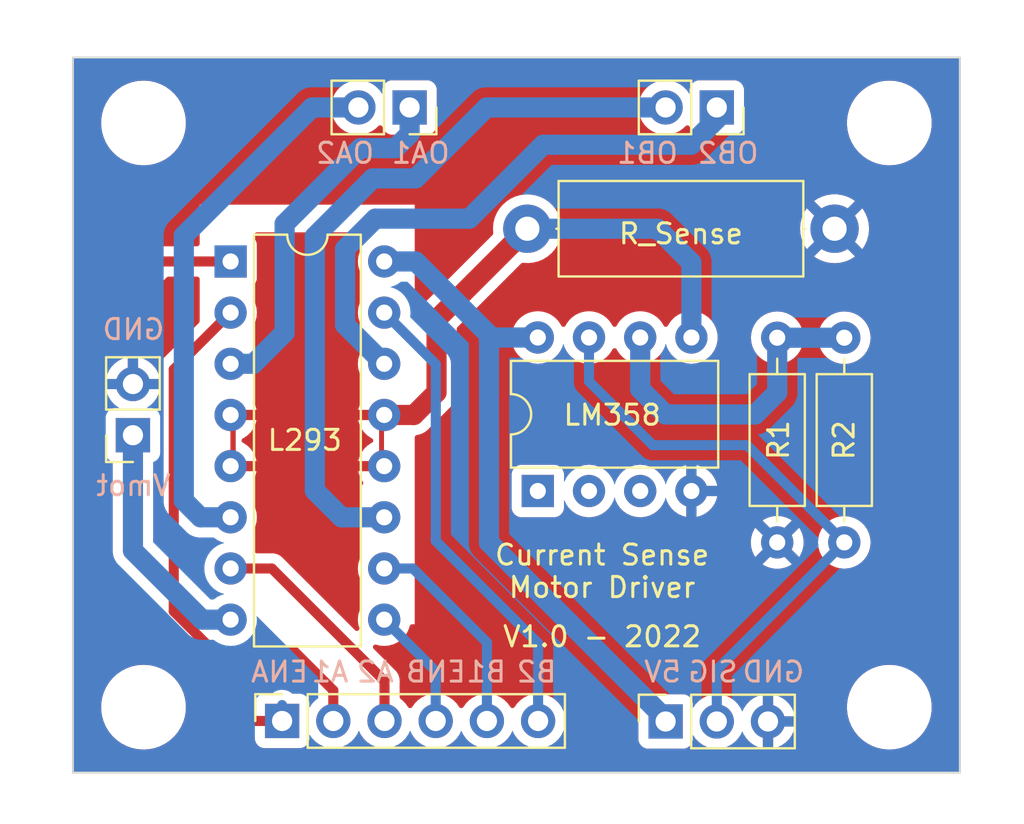
<source format=kicad_pcb>
(kicad_pcb (version 20211014) (generator pcbnew)
  (layers (0 "F.Cu" signal) (31 "B.Cu" signal) (34 "B.Paste" user) (35 "F.Paste" user) (36 "B.SilkS" user "B.Silkscreen") (37 "F.SilkS" user "F.Silkscreen") (38 "B.Mask" user) (39 "F.Mask" user) (44 "Edge.Cuts" user))
  (net 0 "")
  (net 4 "GND")
  (net 5 "Net-(OPA1-Pad5)")
  (net 6 "SIG")
  (net 7 "+5V")
  (net 8 "ENA")
  (net 9 "A1")
  (net 10 "OA1")
  (net 11 "OA2")
  (net 12 "A2")
  (net 13 "VDC")
  (net 14 "ENB")
  (net 15 "B1")
  (net 16 "OB1")
  (net 17 "OB2")
  (net 18 "B2")
  (net 19 "Net-(OPA1-Pad6)")
  (footprint "MountingHole:MountingHole_3.2mm_M3" (layer "F.Cu") (at 164 124.46)
    (fp_text reference "H2" hide)
    (fp_text value "MountingHole")
    (pad "" np_thru_hole circle (at -0.5 -0.71) (size 3.2 3.2) (drill 3.2) (layers F&B.Cu *.Mask))
  )
  (footprint "Resistor_THT:R_Axial_DIN0207_L6.3mm_D2.5mm_P10.16mm_Horizontal" (layer "F.Cu") (at 161.2646 105.41 -90)
    (fp_text reference "R2" (at 5.09 0.0146 90) (layer "F.SilkS"))
    (fp_text value "R")
    (fp_line (start 8.35 -1.37) (end 1.81 -1.37) (layer "F.SilkS") (width 0.12))
    (fp_line (start 1.04 0) (end 1.81 0) (layer "F.SilkS") (width 0.12))
    (fp_line (start 8.35 1.37) (end 8.35 -1.37) (layer "F.SilkS") (width 0.12))
    (fp_line (start 1.81 -1.37) (end 1.81 1.37) (layer "F.SilkS") (width 0.12))
    (fp_line (start 1.81 1.37) (end 8.35 1.37) (layer "F.SilkS") (width 0.12))
    (fp_line (start 9.12 0) (end 8.35 0) (layer "F.SilkS") (width 0.12))
    (pad "1" thru_hole circle (at 0 0 270) (size 1.6 1.6) (drill 0.8) (layers *.Cu *.Mask) (net 19 "Net-(OPA1-Pad6)"))
    (pad "2" thru_hole oval (at 10.16 0 270) (size 1.6 1.6) (drill 0.8) (layers *.Cu *.Mask) (net 6 "SIG"))
  )
  (footprint "Connector_PinSocket_2.54mm:PinSocket_1x02_P2.54mm_Vertical" (layer "F.Cu") (at 125.975 110.25 180)
    (fp_text reference "J0" hide)
    (fp_text value "Screw_Terminal_01x02" hide)
    (fp_line (start -1.33 1.27) (end -1.33 3.87) (layer "F.SilkS") (width 0.12))
    (fp_line (start 0 -1.33) (end 1.33 -1.33) (layer "F.SilkS") (width 0.12))
    (fp_line (start -1.33 3.87) (end 1.33 3.87) (layer "F.SilkS") (width 0.12))
    (fp_line (start 1.33 -1.33) (end 1.33 0) (layer "F.SilkS") (width 0.12))
    (fp_line (start 1.33 1.27) (end 1.33 3.87) (layer "F.SilkS") (width 0.12))
    (fp_line (start -1.33 1.27) (end 1.33 1.27) (layer "F.SilkS") (width 0.12))
    (pad "1" thru_hole rect (at 0 0 180) (size 1.7 1.7) (drill 1) (layers *.Cu *.Mask) (net 13 "VDC"))
    (pad "2" thru_hole oval (at 0 2.54 180) (size 1.7 1.7) (drill 1) (layers *.Cu *.Mask) (net 4 "GND"))
  )
  (footprint "MountingHole:MountingHole_3.2mm_M3" (layer "F.Cu") (at 164 94.5)
    (fp_text reference "H4" hide)
    (fp_text value "MountingHole")
    (pad "" np_thru_hole circle (at -0.5 0.25) (size 3.2 3.2) (drill 3.2) (layers F&B.Cu *.Mask))
  )
  (footprint "MountingHole:MountingHole_3.2mm_M3" (layer "F.Cu") (at 126.0348 94.3864)
    (fp_text reference "H3" hide)
    (fp_text value "MountingHole")
    (pad "" np_thru_hole circle (at 0.4652 0.3636) (size 3.2 3.2) (drill 3.2) (layers F&B.Cu *.Mask))
  )
  (footprint "Resistor_THT:R_Axial_DIN0414_L11.9mm_D4.5mm_P15.24mm_Horizontal" (layer "F.Cu") (at 160.782 100 180)
    (fp_text reference "R_Sense" (at 7.62 -0.25) (layer "F.SilkS"))
    (fp_text value "R")
    (fp_line (start 13.69 -2.37) (end 1.55 -2.37) (layer "F.SilkS") (width 0.12))
    (fp_line (start 13.69 2.37) (end 13.69 -2.37) (layer "F.SilkS") (width 0.12))
    (fp_line (start 1.44 0) (end 1.55 0) (layer "F.SilkS") (width 0.12))
    (fp_line (start 1.55 2.37) (end 13.69 2.37) (layer "F.SilkS") (width 0.12))
    (fp_line (start 13.8 0) (end 13.69 0) (layer "F.SilkS") (width 0.12))
    (fp_line (start 1.55 -2.37) (end 1.55 2.37) (layer "F.SilkS") (width 0.12))
    (pad "1" thru_hole circle (at 0 0 180) (size 2.4 2.4) (drill 1.2) (layers *.Cu *.Mask) (net 4 "GND"))
    (pad "2" thru_hole oval (at 15.24 0 180) (size 2.4 2.4) (drill 1.2) (layers *.Cu *.Mask) (net 5 "Net-(OPA1-Pad5)"))
  )
  (footprint "Package_DIP:DIP-16_W7.62mm" (layer "F.Cu") (at 130.82 101.625)
    (fp_text reference "U1" hide)
    (fp_text value "L293")
    (fp_line (start 1.16 19.11) (end 6.46 19.11) (layer "F.SilkS") (width 0.12))
    (fp_line (start 1.16 -1.33) (end 1.16 19.11) (layer "F.SilkS") (width 0.12))
    (fp_line (start 6.46 -1.33) (end 4.81 -1.33) (layer "F.SilkS") (width 0.12))
    (fp_line (start 2.81 -1.33) (end 1.16 -1.33) (layer "F.SilkS") (width 0.12))
    (fp_line (start 6.46 19.11) (end 6.46 -1.33) (layer "F.SilkS") (width 0.12))
    (fp_arc (start 4.81 -1.33) (mid 3.81 -0.33) (end 2.81 -1.33) (layer "F.SilkS") (width 0.12))
    (pad "1" thru_hole rect (at 0 0) (size 1.6 1.6) (drill 0.8) (layers *.Cu *.Mask) (net 8 "ENA"))
    (pad "2" thru_hole oval (at 0 2.54) (size 1.6 1.6) (drill 0.8) (layers *.Cu *.Mask) (net 9 "A1"))
    (pad "3" thru_hole oval (at 0 5.08) (size 1.6 1.6) (drill 0.8) (layers *.Cu *.Mask) (net 10 "OA1"))
    (pad "4" thru_hole oval (at 0 7.62) (size 1.6 1.6) (drill 0.8) (layers *.Cu *.Mask) (net 5 "Net-(OPA1-Pad5)"))
    (pad "5" thru_hole oval (at 0 10.16) (size 1.6 1.6) (drill 0.8) (layers *.Cu *.Mask) (net 5 "Net-(OPA1-Pad5)"))
    (pad "6" thru_hole oval (at 0 12.7) (size 1.6 1.6) (drill 0.8) (layers *.Cu *.Mask) (net 11 "OA2"))
    (pad "7" thru_hole oval (at 0 15.24) (size 1.6 1.6) (drill 0.8) (layers *.Cu *.Mask) (net 12 "A2"))
    (pad "8" thru_hole oval (at 0 17.78) (size 1.6 1.6) (drill 0.8) (layers *.Cu *.Mask) (net 13 "VDC"))
    (pad "9" thru_hole oval (at 7.62 17.78) (size 1.6 1.6) (drill 0.8) (layers *.Cu *.Mask) (net 14 "ENB"))
    (pad "10" thru_hole oval (at 7.62 15.24) (size 1.6 1.6) (drill 0.8) (layers *.Cu *.Mask) (net 15 "B1"))
    (pad "11" thru_hole oval (at 7.62 12.7) (size 1.6 1.6) (drill 0.8) (layers *.Cu *.Mask) (net 16 "OB1"))
    (pad "12" thru_hole oval (at 7.62 10.16) (size 1.6 1.6) (drill 0.8) (layers *.Cu *.Mask) (net 5 "Net-(OPA1-Pad5)"))
    (pad "13" thru_hole oval (at 7.62 7.62) (size 1.6 1.6) (drill 0.8) (layers *.Cu *.Mask) (net 5 "Net-(OPA1-Pad5)"))
    (pad "14" thru_hole oval (at 7.62 5.08) (size 1.6 1.6) (drill 0.8) (layers *.Cu *.Mask) (net 17 "OB2"))
    (pad "15" thru_hole oval (at 7.62 2.54) (size 1.6 1.6) (drill 0.8) (layers *.Cu *.Mask) (net 18 "B2"))
    (pad "16" thru_hole oval (at 7.62 0) (size 1.6 1.6) (drill 0.8) (layers *.Cu *.Mask) (net 7 "+5V"))
  )
  (footprint "Connector_PinSocket_2.54mm:PinSocket_1x03_P2.54mm_Vertical" (layer "F.Cu") (at 152.4 124.46 90)
    (fp_text reference "J3" hide)
    (fp_text value "Conn_01x03_Male" hide)
    (fp_line (start 1.33 1.27) (end 1.33 6.41) (layer "F.SilkS") (width 0.12))
    (fp_line (start 0 -1.33) (end 1.33 -1.33) (layer "F.SilkS") (width 0.12))
    (fp_line (start -1.33 1.27) (end 1.33 1.27) (layer "F.SilkS") (width 0.12))
    (fp_line (start -1.33 6.41) (end 1.33 6.41) (layer "F.SilkS") (width 0.12))
    (fp_line (start 1.33 -1.33) (end 1.33 0) (layer "F.SilkS") (width 0.12))
    (fp_line (start -1.33 1.27) (end -1.33 6.41) (layer "F.SilkS") (width 0.12))
    (pad "1" thru_hole rect (at 0 0 90) (size 1.7 1.7) (drill 1) (layers *.Cu *.Mask) (net 7 "+5V"))
    (pad "2" thru_hole oval (at 0 2.54 90) (size 1.7 1.7) (drill 1) (layers *.Cu *.Mask) (net 6 "SIG"))
    (pad "3" thru_hole oval (at 0 5.08 90) (size 1.7 1.7) (drill 1) (layers *.Cu *.Mask) (net 4 "GND"))
  )
  (footprint "Resistor_THT:R_Axial_DIN0207_L6.3mm_D2.5mm_P10.16mm_Horizontal" (layer "F.Cu") (at 157.9372 115.57 90)
    (fp_text reference "R1" (at 5.08 0.0628 90) (layer "F.SilkS"))
    (fp_text value "R")
    (fp_line (start 1.81 -1.37) (end 1.81 1.37) (layer "F.SilkS") (width 0.12))
    (fp_line (start 8.35 1.37) (end 8.35 -1.37) (layer "F.SilkS") (width 0.12))
    (fp_line (start 1.81 1.37) (end 8.35 1.37) (layer "F.SilkS") (width 0.12))
    (fp_line (start 8.35 -1.37) (end 1.81 -1.37) (layer "F.SilkS") (width 0.12))
    (fp_line (start 9.12 0) (end 8.35 0) (layer "F.SilkS") (width 0.12))
    (fp_line (start 1.04 0) (end 1.81 0) (layer "F.SilkS") (width 0.12))
    (pad "1" thru_hole circle (at 0 0 90) (size 1.6 1.6) (drill 0.8) (layers *.Cu *.Mask) (net 4 "GND"))
    (pad "2" thru_hole oval (at 10.16 0 90) (size 1.6 1.6) (drill 0.8) (layers *.Cu *.Mask) (net 19 "Net-(OPA1-Pad6)"))
  )
  (footprint "Connector_PinSocket_2.54mm:PinSocket_1x02_P2.54mm_Vertical" (layer "F.Cu") (at 139.7 93.98 -90)
    (fp_text reference "J1" hide)
    (fp_text value "Screw_Terminal_01x02" hide)
    (fp_line (start -1.33 1.27) (end -1.33 3.87) (layer "F.SilkS") (width 0.12))
    (fp_line (start -1.33 3.87) (end 1.33 3.87) (layer "F.SilkS") (width 0.12))
    (fp_line (start 0 -1.33) (end 1.33 -1.33) (layer "F.SilkS") (width 0.12))
    (fp_line (start 1.33 -1.33) (end 1.33 0) (layer "F.SilkS") (width 0.12))
    (fp_line (start 1.33 1.27) (end 1.33 3.87) (layer "F.SilkS") (width 0.12))
    (fp_line (start -1.33 1.27) (end 1.33 1.27) (layer "F.SilkS") (width 0.12))
    (pad "1" thru_hole rect (at 0 0 270) (size 1.7 1.7) (drill 1) (layers *.Cu *.Mask) (net 10 "OA1"))
    (pad "2" thru_hole oval (at 0 2.54 270) (size 1.7 1.7) (drill 1) (layers *.Cu *.Mask) (net 11 "OA2"))
  )
  (footprint "Connector_PinSocket_2.54mm:PinSocket_1x06_P2.54mm_Vertical" (layer "F.Cu") (at 133.375 124.435 90)
    (fp_text reference "J4" hide)
    (fp_text value "Conn_01x06_Male" hide)
    (fp_line (start -1.33 1.27) (end -1.33 14.03) (layer "F.SilkS") (width 0.12))
    (fp_line (start -1.33 14.03) (end 1.33 14.03) (layer "F.SilkS") (width 0.12))
    (fp_line (start 0 -1.33) (end 1.33 -1.33) (layer "F.SilkS") (width 0.12))
    (fp_line (start -1.33 1.27) (end 1.33 1.27) (layer "F.SilkS") (width 0.12))
    (fp_line (start 1.33 -1.33) (end 1.33 0) (layer "F.SilkS") (width 0.12))
    (fp_line (start 1.33 1.27) (end 1.33 14.03) (layer "F.SilkS") (width 0.12))
    (pad "1" thru_hole rect (at 0 0 90) (size 1.7 1.7) (drill 1) (layers *.Cu *.Mask) (net 8 "ENA"))
    (pad "2" thru_hole oval (at 0 2.54 90) (size 1.7 1.7) (drill 1) (layers *.Cu *.Mask) (net 9 "A1"))
    (pad "3" thru_hole oval (at 0 5.08 90) (size 1.7 1.7) (drill 1) (layers *.Cu *.Mask) (net 12 "A2"))
    (pad "4" thru_hole oval (at 0 7.62 90) (size 1.7 1.7) (drill 1) (layers *.Cu *.Mask) (net 14 "ENB"))
    (pad "5" thru_hole oval (at 0 10.16 90) (size 1.7 1.7) (drill 1) (layers *.Cu *.Mask) (net 15 "B1"))
    (pad "6" thru_hole oval (at 0 12.7 90) (size 1.7 1.7) (drill 1) (layers *.Cu *.Mask) (net 18 "B2"))
  )
  (footprint "Package_DIP:DIP-8_W7.62mm" (layer "F.Cu") (at 146.06 113.02 90)
    (fp_text reference "OPA1" hide)
    (fp_text value "LM358N" hide)
    (fp_line (start 1.16 -1.33) (end 1.16 8.95) (layer "F.SilkS") (width 0.12))
    (fp_line (start 2.81 -1.33) (end 1.16 -1.33) (layer "F.SilkS") (width 0.12))
    (fp_line (start 6.46 8.95) (end 6.46 -1.33) (layer "F.SilkS") (width 0.12))
    (fp_line (start 6.46 -1.33) (end 4.81 -1.33) (layer "F.SilkS") (width 0.12))
    (fp_line (start 1.16 8.95) (end 6.46 8.95) (layer "F.SilkS") (width 0.12))
    (fp_arc (start 4.81 -1.33) (mid 3.81 -0.33) (end 2.81 -1.33) (layer "F.SilkS") (width 0.12))
    (pad "1" thru_hole rect (at 0 0 90) (size 1.6 1.6) (drill 0.8) (layers *.Cu *.Mask))
    (pad "2" thru_hole oval (at 0 2.54 90) (size 1.6 1.6) (drill 0.8) (layers *.Cu *.Mask))
    (pad "3" thru_hole oval (at 0 5.08 90) (size 1.6 1.6) (drill 0.8) (layers *.Cu *.Mask))
    (pad "4" thru_hole oval (at 0 7.62 90) (size 1.6 1.6) (drill 0.8) (layers *.Cu *.Mask) (net 4 "GND"))
    (pad "5" thru_hole oval (at 7.62 7.62 90) (size 1.6 1.6) (drill 0.8) (layers *.Cu *.Mask) (net 5 "Net-(OPA1-Pad5)"))
    (pad "6" thru_hole oval (at 7.62 5.08 90) (size 1.6 1.6) (drill 0.8) (layers *.Cu *.Mask) (net 19 "Net-(OPA1-Pad6)"))
    (pad "7" thru_hole oval (at 7.62 2.54 90) (size 1.6 1.6) (drill 0.8) (layers *.Cu *.Mask) (net 6 "SIG"))
    (pad "8" thru_hole oval (at 7.62 0 90) (size 1.6 1.6) (drill 0.8) (layers *.Cu *.Mask) (net 7 "+5V"))
  )
  (footprint "MountingHole:MountingHole_3.2mm_M3" (layer "F.Cu") (at 126 124.46)
    (fp_text reference "H1" hide)
    (fp_text value "MountingHole")
    (pad "" np_thru_hole circle (at 0.5 -0.71) (size 3.2 3.2) (drill 3.2) (layers F&B.Cu *.Mask))
  )
  (footprint "Connector_PinSocket_2.54mm:PinSocket_1x02_P2.54mm_Vertical" (layer "F.Cu") (at 154.94 93.98 -90)
    (fp_text reference "J2" hide)
    (fp_text value "Screw_Terminal_01x02" hide)
    (fp_line (start 0 -1.33) (end 1.33 -1.33) (layer "F.SilkS") (width 0.12))
    (fp_line (start -1.33 1.27) (end -1.33 3.87) (layer "F.SilkS") (width 0.12))
    (fp_line (start 1.33 -1.33) (end 1.33 0) (layer "F.SilkS") (width 0.12))
    (fp_line (start -1.33 1.27) (end 1.33 1.27) (layer "F.SilkS") (width 0.12))
    (fp_line (start -1.33 3.87) (end 1.33 3.87) (layer "F.SilkS") (width 0.12))
    (fp_line (start 1.33 1.27) (end 1.33 3.87) (layer "F.SilkS") (width 0.12))
    (pad "1" thru_hole rect (at 0 0 270) (size 1.7 1.7) (drill 1) (layers *.Cu *.Mask) (net 17 "OB2"))
    (pad "2" thru_hole oval (at 0 2.54 270) (size 1.7 1.7) (drill 1) (layers *.Cu *.Mask) (net 16 "OB1"))
  )
  (gr_rect (start 167 127) (end 123 91.5) (layer "Edge.Cuts") (width 0.1) (fill none))
  (gr_text "GND" (at 157.75 122) (layer "B.SilkS") (effects (font (size 1 1)) (justify mirror)))
  (gr_text "OA2" (at 136.5 96.25) (layer "B.SilkS") (effects (font (size 1 1)) (justify mirror)))
  (gr_text "ENB" (at 141 122) (layer "B.SilkS") (effects (font (size 1 1)) (justify mirror)))
  (gr_text "SIG" (at 154.75 122) (layer "B.SilkS") (effects (font (size 1 1)) (justify mirror)))
  (gr_text "A1" (at 135.75 122) (layer "B.SilkS") (effects (font (size 1 1)) (justify mirror)))
  (gr_text "A2" (at 138 122) (layer "B.SilkS") (effects (font (size 1 1)) (justify mirror)))
  (gr_text "ENA" (at 133.25 122) (layer "B.SilkS") (effects (font (size 1 1)) (justify mirror)))
  (gr_text "Vmot" (at 126 112.75) (layer "B.SilkS") (effects (font (size 1 1)) (justify mirror)))
  (gr_text "OB2" (at 155.5 96.25) (layer "B.SilkS") (effects (font (size 1 1)) (justify mirror)))
  (gr_text "OA1" (at 140.25 96.25) (layer "B.SilkS") (effects (font (size 1 1)) (justify mirror)))
  (gr_text "B2" (at 146 122) (layer "B.SilkS") (effects (font (size 1 1)) (justify mirror)))
  (gr_text "OB1" (at 151.5 96.25) (layer "B.SilkS") (effects (font (size 1 1)) (justify mirror)))
  (gr_text "B1" (at 143.5 122) (layer "B.SilkS") (effects (font (size 1 1)) (justify mirror)))
  (gr_text "5V" (at 152.25 122) (layer "B.SilkS") (effects (font (size 1 1)) (justify mirror)))
  (gr_text "GND" (at 126 105) (layer "B.SilkS") (effects (font (size 1 1)) (justify mirror)))
  (gr_text "L293" (at 134.5 110.5) (layer "F.SilkS") (effects (font (size 1 1))))
  (gr_text "Current Sense\nMotor Driver" (at 149.25 117) (layer "F.SilkS") (effects (font (size 1 1))))
  (gr_text "V1.0 - 2022" (at 149.25 120.25) (layer "F.SilkS") (effects (font (size 1 1))))
  (gr_text "LM358" (at 149.75 109.25) (layer "F.SilkS") (effects (font (size 1 1))))
  (segment (start 141.036368 108.125001) (end 139.916369 109.245) (width 1) (layer "F.Cu") (net 5))
  (segment (start 145.542 100) (end 141.036368 104.505632) (width 1) (layer "F.Cu") (net 5))
  (segment (start 141.036368 104.505632) (end 141.036368 108.125001) (width 1) (layer "F.Cu") (net 5))
  (segment (start 139.916369 109.245) (end 138.44 109.245) (width 1) (layer "F.Cu") (net 5))
  (segment (start 152 100) (end 153.68 101.68) (width 1) (layer "B.Cu") (net 5))
  (segment (start 153.68 101.68) (end 153.68 105.4) (width 1) (layer "B.Cu") (net 5))
  (segment (start 145.542 100) (end 152 100) (width 1) (layer "B.Cu") (net 5))
  (segment (start 154.94 124.46) (end 154.94 121.8946) (width 0.5) (layer "B.Cu") (net 6))
  (segment (start 148.6 107.579) (end 151.765 110.744) (width 0.5) (layer "B.Cu") (net 6))
  (segment (start 148.6 105.4) (end 148.6 107.579) (width 0.5) (layer "B.Cu") (net 6))
  (segment (start 151.765 110.744) (end 156.4386 110.744) (width 0.5) (layer "B.Cu") (net 6))
  (segment (start 156.4386 110.744) (end 161.2646 115.57) (width 0.5) (layer "B.Cu") (net 6))
  (segment (start 154.94 121.8946) (end 161.2646 115.57) (width 0.5) (layer "B.Cu") (net 6))
  (segment (start 139.998415 101.625) (end 143.773415 105.4) (width 1) (layer "B.Cu") (net 7))
  (segment (start 138.44 101.625) (end 139.998415 101.625) (width 1) (layer "B.Cu") (net 7))
  (segment (start 146.06 105.4) (end 143.773415 105.4) (width 1) (layer "B.Cu") (net 7))
  (segment (start 152.4 124.46) (end 152.4 124.333) (width 1) (layer "B.Cu") (net 7))
  (segment (start 152.4 124.333) (end 143.637 115.57) (width 1) (layer "B.Cu") (net 7))
  (segment (start 143.637 115.57) (end 143.637 105.536415) (width 1) (layer "B.Cu") (net 7))
  (segment (start 143.773415 105.4) (end 143.637 105.536415) (width 1) (layer "B.Cu") (net 7))
  (segment (start 133.375 124.435) (end 132.025 124.435) (width 0.5) (layer "F.Cu") (net 8))
  (segment (start 127.375 101.625) (end 130.82 101.625) (width 0.5) (layer "F.Cu") (net 8))
  (segment (start 124 116.41) (end 124 105) (width 0.5) (layer "F.Cu") (net 8))
  (segment (start 124 105) (end 127.375 101.625) (width 0.5) (layer "F.Cu") (net 8))
  (segment (start 132.025 124.435) (end 124 116.41) (width 0.5) (layer "F.Cu") (net 8))
  (segment (start 133.375 124.435) (end 133.375 123.642766) (width 0.5) (layer "B.Cu") (net 8))
  (segment (start 133.375 124.435) (end 133.37 124.43) (width 0.5) (layer "B.Cu") (net 8))
  (segment (start 128 118.995786) (end 128 106.985) (width 0.5) (layer "F.Cu") (net 9))
  (segment (start 135.915 124.435) (end 135.915 122.915) (width 0.5) (layer "F.Cu") (net 9))
  (segment (start 135.915 122.915) (end 134 121) (width 0.5) (layer "F.Cu") (net 9))
  (segment (start 130.004214 121) (end 128 118.995786) (width 0.5) (layer "F.Cu") (net 9))
  (segment (start 134 121) (end 130.004214 121) (width 0.5) (layer "F.Cu") (net 9))
  (segment (start 128 106.985) (end 130.82 104.165) (width 0.5) (layer "F.Cu") (net 9))
  (segment (start 139.7 95.3) (end 139 96) (width 1) (layer "B.Cu") (net 10))
  (segment (start 130.82 106.705) (end 131.95137 106.705) (width 1) (layer "B.Cu") (net 10))
  (segment (start 139 96) (end 137.25736 96) (width 1) (layer "B.Cu") (net 10))
  (segment (start 139.7 93.98) (end 139.7 95.3) (width 1) (layer "B.Cu") (net 10))
  (segment (start 137.25736 96) (end 133.5 99.75736) (width 1) (layer "B.Cu") (net 10))
  (segment (start 133.5 99.75736) (end 133.5 105.15637) (width 1) (layer "B.Cu") (net 10))
  (segment (start 131.95137 106.705) (end 133.5 105.15637) (width 1) (layer "B.Cu") (net 10))
  (segment (start 134.865 93.98) (end 128.5 100.345) (width 1) (layer "B.Cu") (net 11))
  (segment (start 137.16 93.98) (end 134.865 93.98) (width 1) (layer "B.Cu") (net 11))
  (segment (start 128.5 100.345) (end 128.5 113.5) (width 1) (layer "B.Cu") (net 11))
  (segment (start 128.5 113.5) (end 129.325 114.325) (width 1) (layer "B.Cu") (net 11))
  (segment (start 129.325 114.325) (end 130.82 114.325) (width 1) (layer "B.Cu") (net 11))
  (segment (start 138.455 122.455) (end 138.455 124.435) (width 0.5) (layer "F.Cu") (net 12))
  (segment (start 130.82 116.865) (end 132.865 116.865) (width 0.5) (layer "F.Cu") (net 12))
  (segment (start 132.865 116.865) (end 138.455 122.455) (width 0.5) (layer "F.Cu") (net 12))
  (segment (start 129.405 119.405) (end 125.975 115.975) (width 1) (layer "B.Cu") (net 13))
  (segment (start 125.975 115.975) (end 125.975 110.25) (width 1) (layer "B.Cu") (net 13))
  (segment (start 130.82 119.405) (end 129.405 119.405) (width 1) (layer "B.Cu") (net 13))
  (segment (start 138.44 119.405) (end 141 121.965) (width 0.5) (layer "B.Cu") (net 14))
  (segment (start 140.995 121.97) (end 140.995 124.435) (width 0.5) (layer "B.Cu") (net 14))
  (segment (start 141 121.965) (end 140.995 121.97) (width 0.5) (layer "B.Cu") (net 14))
  (segment (start 143.535 120.535) (end 143.535 124.435) (width 0.5) (layer "B.Cu") (net 15))
  (segment (start 138.44 116.865) (end 139.865 116.865) (width 0.5) (layer "B.Cu") (net 15))
  (segment (start 139.865 116.865) (end 143.535 120.535) (width 0.5) (layer "B.Cu") (net 15))
  (segment (start 136.325 114.325) (end 138.44 114.325) (width 1) (layer "B.Cu") (net 16))
  (segment (start 135 100.37868) (end 135 113) (width 1) (layer "B.Cu") (net 16))
  (segment (start 143.52 93.98) (end 140 97.5) (width 1) (layer "B.Cu") (net 16))
  (segment (start 140 97.5) (end 137.87868 97.5) (width 1) (layer "B.Cu") (net 16))
  (segment (start 135 113) (end 136.325 114.325) (width 1) (layer "B.Cu") (net 16))
  (segment (start 152.4 93.98) (end 143.52 93.98) (width 1) (layer "B.Cu") (net 16))
  (segment (start 137.87868 97.5) (end 135 100.37868) (width 1) (layer "B.Cu") (net 16))
  (segment (start 142.66 99.5) (end 146.33 95.83) (width 1) (layer "B.Cu") (net 17))
  (segment (start 146.83 95.83) (end 153.67 95.83) (width 1) (layer "B.Cu") (net 17))
  (segment (start 153.67 95.83) (end 154.94 94.56) (width 1) (layer "B.Cu") (net 17))
  (segment (start 146.33 95.83) (end 146.83 95.83) (width 1) (layer "B.Cu") (net 17))
  (segment (start 138 99.5) (end 142.66 99.5) (width 1) (layer "B.Cu") (net 17))
  (segment (start 154.94 94.56) (end 154.94 93.98) (width 1) (layer "B.Cu") (net 17))
  (segment (start 136.5 101) (end 138 99.5) (width 1) (layer "B.Cu") (net 17))
  (segment (start 136.5 104.770585) (end 136.5 101) (width 1) (layer "B.Cu") (net 17))
  (segment (start 138.434415 106.705) (end 136.5 104.770585) (width 1) (layer "B.Cu") (net 17))
  (segment (start 138.44 106.705) (end 138.434415 106.705) (width 1) (layer "B.Cu") (net 17))
  (segment (start 146.075 120.575) (end 141 115.5) (width 0.5) (layer "B.Cu") (net 18))
  (segment (start 141 106.725) (end 138.44 104.165) (width 0.5) (layer "B.Cu") (net 18))
  (segment (start 141 115.5) (end 141 106.725) (width 0.5) (layer "B.Cu") (net 18))
  (segment (start 146.075 124.435) (end 146.075 120.575) (width 0.5) (layer "B.Cu") (net 18))
  (segment (start 156.845 109.22) (end 157.9372 108.1278) (width 1) (layer "B.Cu") (net 19))
  (segment (start 152.4 109.22) (end 156.845 109.22) (width 1) (layer "B.Cu") (net 19))
  (segment (start 151.14 107.96) (end 152.4 109.22) (width 1) (layer "B.Cu") (net 19))
  (segment (start 157.9372 108.1278) (end 157.9372 105.41) (width 1) (layer "B.Cu") (net 19))
  (segment (start 161.2646 105.41) (end 157.9372 105.41) (width 1) (layer "B.Cu") (net 19))
  (segment (start 151.14 105.4) (end 151.14 107.96) (width 1) (layer "B.Cu") (net 19))
  (zone (net 0) (net_name "") (layer "F.Cu") (connect_pads (clearance 0)) (min_thickness 0.254)
    (keepout (tracks allowed) (vias allowed) (pads allowed) (copperpour not_allowed) (footprints allowed))
    (fill (thermal_gap 0.508) (thermal_bridge_width 0.508))
    (polygon (pts (xy 132 108.75) (xy 130.75 108.25) (xy 129.75 108.25) (xy 129.75 112.25) (xy 132 112.25) (xy 132 116.25) (xy 129.5 116.25) (xy 129.5 100) (xy 132 100)))
  )
  (zone (net 0) (net_name "") (layer "F.Cu") (connect_pads (clearance 0)) (min_thickness 0.254)
    (keepout (tracks allowed) (vias allowed) (pads allowed) (copperpour not_allowed) (footprints allowed))
    (fill (thermal_gap 0.508) (thermal_bridge_width 0.508))
    (polygon (pts (xy 139.75 118.5) (xy 138 120.25) (xy 137.25 120.75) (xy 137.25 112.75) (xy 139.75 112.75)))
  )
  (zone (net 0) (net_name "") (layer "F.Cu") (connect_pads (clearance 0)) (min_thickness 0.254)
    (keepout (tracks allowed) (vias allowed) (pads allowed) (copperpour not_allowed) (footprints allowed))
    (fill (thermal_gap 0.508) (thermal_bridge_width 0.508))
    (polygon (pts (xy 139.75 108.75) (xy 137.25 108.75) (xy 137.25 100) (xy 139.75 100)))
  )
  (zone (net 4) (net_name "GND") (layer "F.Cu") (connect_pads (clearance 0.4)) (min_thickness 0.254) (fill yes (thermal_gap 0.508) (thermal_bridge_width 0.508))
    (polygon (pts (xy 170.18 129.286) (xy 119.38 129.54) (xy 119.38 88.646) (xy 170.18 88.646)))
    (polygon (pts (xy 129.286 98.806) (xy 129.286 119.634) (xy 139.954 119.634) (xy 139.954 98.806)))
  )
  (zone (net 5) (net_name "Net-(OPA1-Pad5)") (layer "F.Cu") (connect_pads (clearance 0.25)) (min_thickness 0.25) (fill yes (thermal_gap 0.508) (thermal_bridge_width 0.508))
    (polygon (pts (xy 138.43 120.364) (xy 130.81 120.364) (xy 130.81 100.18) (xy 138.43 100.18)))
  )
  (zone (net 4) (net_name "GND") (layer "B.Cu") (connect_pads (clearance 0)) (min_thickness 0.0254) (fill yes (thermal_gap 0.508) (thermal_bridge_width 0.508))
    (polygon (pts (xy 170.18 129.286) (xy 119.38 129.286) (xy 119.38 88.646) (xy 170.18 88.646)))
  )
)
</source>
